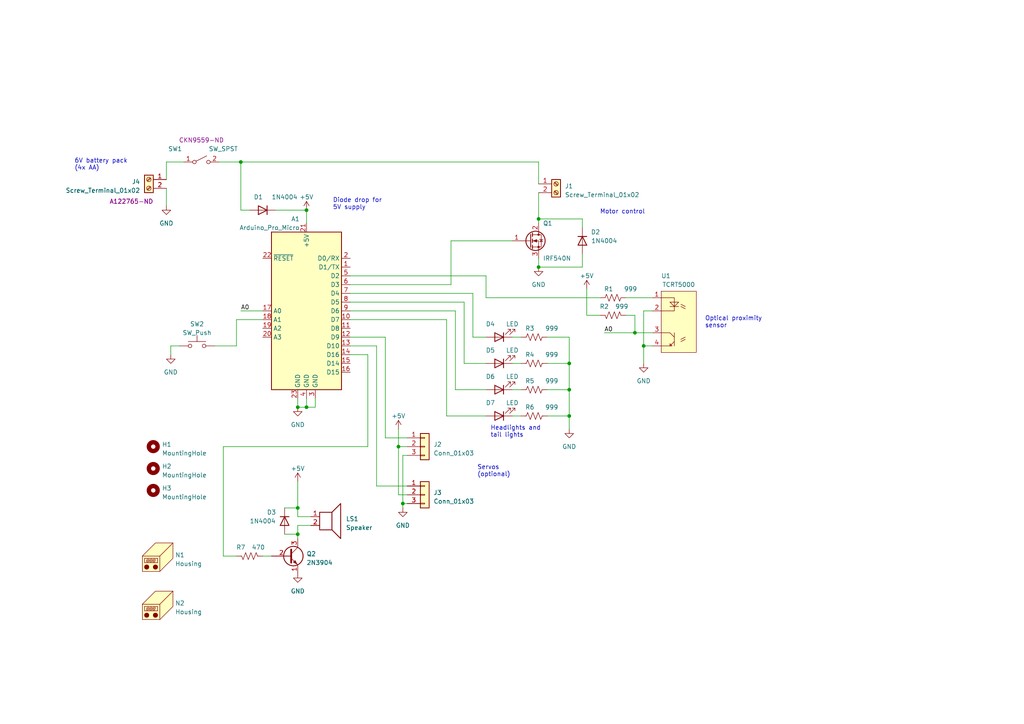
<source format=kicad_sch>
(kicad_sch (version 20230121) (generator eeschema)
  (paper "A4")
  (lib_symbols
    (symbol "Connector:Screw_Terminal_01x02" (pin_names (offset 1.016) hide)
      (property "Reference" "J" (at 0 2.54 0))
      (property "Value" "Screw_Terminal_01x02" (at 0 -5.08 0))
      (symbol "Screw_Terminal_01x02_1_1"
        (rectangle (start -1.27 1.27) (end 1.27 -3.81) (stroke (width 0.254)) (fill (type background)))
        (circle (center 0 -2.54) (radius 0.635) (stroke (width 0.1524)))
        (polyline (pts (xy -0.5334 -2.2098) (xy 0.3302 -3.048)) (stroke (width 0.1524)))
        (polyline (pts (xy -0.5334 0.3302) (xy 0.3302 -0.508)) (stroke (width 0.1524)))
        (polyline (pts (xy -0.3556 -2.032) (xy 0.508 -2.8702)) (stroke (width 0.1524)))
        (polyline (pts (xy -0.3556 0.508) (xy 0.508 -0.3302)) (stroke (width 0.1524)))
        (circle (center 0 0) (radius 0.635) (stroke (width 0.1524)))
        (pin passive line (at -5.08 0 0) (length 3.81) (name "Pin_1") (number "1"))
        (pin passive line (at -5.08 -2.54 0) (length 3.81) (name "Pin_2") (number "2"))
      )
    )
    (symbol "Connector_Generic:Conn_01x03" (pin_names (offset 1.016) hide)
      (property "Reference" "J" (at 0 5.08 0))
      (property "Value" "Conn_01x03" (at 0 -5.08 0))
      (symbol "Conn_01x03_1_1"
        (rectangle (start -1.27 -2.413) (end 0 -2.667) (stroke (width 0.1524)))
        (rectangle (start -1.27 0.127) (end 0 -0.127) (stroke (width 0.1524)))
        (rectangle (start -1.27 2.667) (end 0 2.413) (stroke (width 0.1524)))
        (rectangle (start -1.27 3.81) (end 1.27 -3.81) (stroke (width 0.254)) (fill (type background)))
        (pin passive line (at -5.08 2.54 0) (length 3.81) (name "Pin_1") (number "1"))
        (pin passive line (at -5.08 0 0) (length 3.81) (name "Pin_2") (number "2"))
        (pin passive line (at -5.08 -2.54 0) (length 3.81) (name "Pin_3") (number "3"))
      )
    )
    (symbol "Device:LED" (pin_numbers hide) (pin_names (offset 1.016) hide)
      (property "Reference" "D" (at 0 2.54 0))
      (property "Value" "LED" (at 0 -2.54 0))
      (symbol "LED_0_1"
        (polyline (pts (xy -1.27 -1.27) (xy -1.27 1.27)) (stroke (width 0.254)))
        (polyline (pts (xy -1.27 0) (xy 1.27 0)))
        (polyline (pts (xy 1.27 -1.27) (xy 1.27 1.27) (xy -1.27 0) (xy 1.27 -1.27)) (stroke (width 0.254)))
        (polyline (pts (xy -3.048 -0.762) (xy -4.572 -2.286) (xy -3.81 -2.286) (xy -4.572 -2.286) (xy -4.572 -1.524)))
        (polyline (pts (xy -1.778 -0.762) (xy -3.302 -2.286) (xy -2.54 -2.286) (xy -3.302 -2.286) (xy -3.302 -1.524)))
      )
      (symbol "LED_1_1"
        (pin passive line (at -3.81 0 0) (length 2.54) (name "K") (number "1"))
        (pin passive line (at 3.81 0 180) (length 2.54) (name "A") (number "2"))
      )
    )
    (symbol "Device:R_US" (pin_numbers hide) (pin_names (offset 0))
      (property "Reference" "R" (at 2.54 0 90))
      (property "Value" "R_US" (at -2.54 0 90))
      (symbol "R_US_0_1"
        (polyline (pts (xy 0 -2.286) (xy 0 -2.54)))
        (polyline (pts (xy 0 2.286) (xy 0 2.54)))
        (polyline (pts (xy 0 -0.762) (xy 1.016 -1.143) (xy 0 -1.524) (xy -1.016 -1.905) (xy 0 -2.286)))
        (polyline (pts (xy 0 0.762) (xy 1.016 0.381) (xy 0 0) (xy -1.016 -0.381) (xy 0 -0.762)))
        (polyline (pts (xy 0 2.286) (xy 1.016 1.905) (xy 0 1.524) (xy -1.016 1.143) (xy 0 0.762)))
      )
      (symbol "R_US_1_1"
        (pin passive line (at 0 3.81 270) (length 1.27) (name "~") (number "1"))
        (pin passive line (at 0 -3.81 90) (length 1.27) (name "~") (number "2"))
      )
    )
    (symbol "Device:Speaker" (pin_names (offset 0) hide)
      (property "Reference" "LS" (at 1.27 5.715 0))
      (property "Value" "Speaker" (at 1.27 3.81 0))
      (symbol "Speaker_0_0"
        (rectangle (start -2.54 1.27) (end 1.016 -3.81) (stroke (width 0.254)))
        (polyline (pts (xy 1.016 1.27) (xy 3.556 3.81) (xy 3.556 -6.35) (xy 1.016 -3.81)) (stroke (width 0.254)))
      )
      (symbol "Speaker_1_1"
        (pin input line (at -5.08 0 0) (length 2.54) (name "1") (number "1"))
        (pin input line (at -5.08 -2.54 0) (length 2.54) (name "2") (number "2"))
      )
    )
    (symbol "Diode:1N4004" (pin_numbers hide) (pin_names hide)
      (property "Reference" "D" (at 0 2.54 0))
      (property "Value" "1N4004" (at 0 -2.54 0))
      (symbol "1N4004_0_1"
        (polyline (pts (xy -1.27 1.27) (xy -1.27 -1.27)) (stroke (width 0.254)))
        (polyline (pts (xy 1.27 0) (xy -1.27 0)))
        (polyline (pts (xy 1.27 1.27) (xy 1.27 -1.27) (xy -1.27 0) (xy 1.27 1.27)) (stroke (width 0.254)))
      )
      (symbol "1N4004_1_1"
        (pin passive line (at -3.81 0 0) (length 2.54) (name "K") (number "1"))
        (pin passive line (at 3.81 0 180) (length 2.54) (name "A") (number "2"))
      )
    )
    (symbol "Mechanical:Housing" (pin_names (offset 1.016))
      (property "Reference" "N" (at 3.81 0 0))
      (property "Value" "Housing" (at 3.81 -1.905 0))
      (symbol "Housing_0_1"
        (rectangle (start -5.08 -0.635) (end -1.27 -1.905))
        (circle (center -4.445 -3.175) (radius 0.635) (fill (type outline)))
        (circle (center -1.905 -3.175) (radius 0.635) (fill (type outline)))
        (polyline (pts (xy -4.5212 -1.5748) (xy -4.4704 -1.3716)))
        (polyline (pts (xy -4.4196 -1.6764) (xy -4.064 -1.6764)))
        (polyline (pts (xy -4.4196 -1.2192) (xy -4.3688 -0.9652)))
        (polyline (pts (xy -4.318 -1.3208) (xy -4.0132 -1.3208)))
        (polyline (pts (xy -4.2164 -0.9144) (xy -3.9116 -0.9144)))
        (polyline (pts (xy -3.9116 -1.6256) (xy -3.8608 -1.3716)))
        (polyline (pts (xy -3.81 -1.2192) (xy -3.7592 -0.9652)))
        (polyline (pts (xy -3.6068 -1.5748) (xy -3.556 -1.3716)))
        (polyline (pts (xy -3.5052 -1.6764) (xy -3.1496 -1.6764)))
        (polyline (pts (xy -3.5052 -1.2192) (xy -3.4544 -0.9652)))
        (polyline (pts (xy -3.4036 -1.3208) (xy -3.0988 -1.3208)))
        (polyline (pts (xy -3.302 -0.9144) (xy -2.9972 -0.9144)))
        (polyline (pts (xy -2.9972 -1.6256) (xy -2.9464 -1.3716)))
        (polyline (pts (xy -2.8956 -1.2192) (xy -2.8448 -0.9652)))
        (polyline (pts (xy -2.6924 -1.5748) (xy -2.6416 -1.3716)))
        (polyline (pts (xy -2.5908 -1.6764) (xy -2.2352 -1.6764)))
        (polyline (pts (xy -2.5908 -1.2192) (xy -2.54 -0.9652)))
        (polyline (pts (xy -2.4892 -1.3208) (xy -2.1844 -1.3208)))
        (polyline (pts (xy -2.3876 -0.9144) (xy -2.0828 -0.9144)))
        (polyline (pts (xy -2.0828 -1.6256) (xy -2.032 -1.3716)))
        (polyline (pts (xy -1.9812 -1.2192) (xy -1.9304 -0.9652)))
        (polyline (pts (xy -0.635 0) (xy -0.635 -4.445)))
        (polyline (pts (xy -5.715 0) (xy -0.635 0) (xy 3.175 3.81)))
        (polyline (pts (xy -5.715 0) (xy -5.715 -4.445) (xy -0.635 -4.445) (xy 3.175 -0.635) (xy 3.175 3.81) (xy -1.905 3.81) (xy -5.715 0)) (fill (type background)))
      )
    )
    (symbol "Mechanical:MountingHole" (pin_names (offset 1.016))
      (property "Reference" "H" (at 0 5.08 0))
      (property "Value" "MountingHole" (at 0 3.175 0))
      (symbol "MountingHole_0_1"
        (circle (center 0 0) (radius 1.27) (stroke (width 1.27)))
      )
    )
    (symbol "Switch:SW_Push" (pin_numbers hide) (pin_names (offset 1.016) hide)
      (property "Reference" "SW" (at 1.27 2.54 0))
      (property "Value" "SW_Push" (at 0 -1.524 0))
      (symbol "SW_Push_0_1"
        (circle (center -2.032 0) (radius 0.508))
        (polyline (pts (xy 0 1.27) (xy 0 3.048)))
        (polyline (pts (xy 2.54 1.27) (xy -2.54 1.27)))
        (circle (center 2.032 0) (radius 0.508))
        (pin passive line (at -5.08 0 0) (length 2.54) (name "1") (number "1"))
        (pin passive line (at 5.08 0 180) (length 2.54) (name "2") (number "2"))
      )
    )
    (symbol "Switch:SW_SPST" (pin_names (offset 0) hide)
      (property "Reference" "SW" (at 0 3.175 0))
      (property "Value" "SW_SPST" (at 0 -2.54 0))
      (symbol "SW_SPST_0_0"
        (circle (center -2.032 0) (radius 0.508))
        (polyline (pts (xy -1.524 0.254) (xy 1.524 1.778)))
        (circle (center 2.032 0) (radius 0.508))
      )
      (symbol "SW_SPST_1_1"
        (pin passive line (at -5.08 0 0) (length 2.54) (name "A") (number "1"))
        (pin passive line (at 5.08 0 180) (length 2.54) (name "B") (number "2"))
      )
    )
    (symbol "Transistor_BJT:2N3904" (pin_names (offset 0) hide)
      (property "Reference" "Q" (at 5.08 1.905 0))
      (property "Value" "2N3904" (at 5.08 0 0))
      (symbol "2N3904_0_1"
        (polyline (pts (xy 0.635 0.635) (xy 2.54 2.54)))
        (polyline (pts (xy 0.635 -0.635) (xy 2.54 -2.54) (xy 2.54 -2.54)))
        (polyline (pts (xy 0.635 1.905) (xy 0.635 -1.905) (xy 0.635 -1.905)) (stroke (width 0.508)))
        (polyline (pts (xy 1.27 -1.778) (xy 1.778 -1.27) (xy 2.286 -2.286) (xy 1.27 -1.778) (xy 1.27 -1.778)) (fill (type outline)))
        (circle (center 1.27 0) (radius 2.8194) (stroke (width 0.254)))
      )
      (symbol "2N3904_1_1"
        (pin passive line (at 2.54 -5.08 90) (length 2.54) (name "E") (number "1"))
        (pin passive line (at -5.08 0 0) (length 5.715) (name "B") (number "2"))
        (pin passive line (at 2.54 5.08 270) (length 2.54) (name "C") (number "3"))
      )
    )
    (symbol "Transistor_FET:IRF540N" (pin_names hide)
      (property "Reference" "Q" (at 6.35 1.905 0))
      (property "Value" "IRF540N" (at 6.35 0 0))
      (symbol "IRF540N_0_1"
        (polyline (pts (xy 0.254 0) (xy -2.54 0)))
        (polyline (pts (xy 0.254 1.905) (xy 0.254 -1.905)) (stroke (width 0.254)))
        (polyline (pts (xy 0.762 -1.27) (xy 0.762 -2.286)) (stroke (width 0.254)))
        (polyline (pts (xy 0.762 0.508) (xy 0.762 -0.508)) (stroke (width 0.254)))
        (polyline (pts (xy 0.762 2.286) (xy 0.762 1.27)) (stroke (width 0.254)))
        (polyline (pts (xy 2.54 2.54) (xy 2.54 1.778)))
        (polyline (pts (xy 2.54 -2.54) (xy 2.54 0) (xy 0.762 0)))
        (polyline (pts (xy 0.762 -1.778) (xy 3.302 -1.778) (xy 3.302 1.778) (xy 0.762 1.778)))
        (polyline (pts (xy 1.016 0) (xy 2.032 0.381) (xy 2.032 -0.381) (xy 1.016 0)) (fill (type outline)))
        (polyline (pts (xy 2.794 0.508) (xy 2.921 0.381) (xy 3.683 0.381) (xy 3.81 0.254)))
        (polyline (pts (xy 3.302 0.381) (xy 2.921 -0.254) (xy 3.683 -0.254) (xy 3.302 0.381)))
        (circle (center 1.651 0) (radius 2.794) (stroke (width 0.254)))
        (circle (center 2.54 -1.778) (radius 0.254) (fill (type outline)))
        (circle (center 2.54 1.778) (radius 0.254) (fill (type outline)))
      )
      (symbol "IRF540N_1_1"
        (pin input line (at -5.08 0 0) (length 2.54) (name "G") (number "1"))
        (pin passive line (at 2.54 5.08 270) (length 2.54) (name "D") (number "2"))
        (pin passive line (at 2.54 -5.08 90) (length 2.54) (name "S") (number "3"))
      )
    )
    (symbol "my_Arduino:Arduino_pro_micro"
      (property "Reference" "A" (at -10.16 23.495 0))
      (property "Value" "Arduino_Pro_Micro" (at 5.08 -24.13 0))
      (symbol "Arduino_pro_micro_0_1"
        (rectangle (start -10.16 22.86) (end 10.16 -22.86) (stroke (width 0.254)) (fill (type background)))
      )
      (symbol "Arduino_pro_micro_1_1"
        (pin bidirectional line (at -12.7 12.7 0) (length 2.54) (name "D1/TX") (number "1"))
        (pin bidirectional line (at -12.7 -2.54 0) (length 2.54) (name "D7") (number "10"))
        (pin bidirectional line (at -12.7 -5.08 0) (length 2.54) (name "D8") (number "11"))
        (pin bidirectional line (at -12.7 -7.62 0) (length 2.54) (name "D9") (number "12"))
        (pin bidirectional line (at -12.7 -10.16 0) (length 2.54) (name "D10") (number "13"))
        (pin bidirectional line (at -12.7 -12.7 0) (length 2.54) (name "D16") (number "14"))
        (pin bidirectional line (at -12.7 -15.24 0) (length 2.54) (name "D14") (number "15"))
        (pin bidirectional line (at -12.7 -17.78 0) (length 2.54) (name "D15") (number "16"))
        (pin bidirectional line (at 12.7 0 180) (length 2.54) (name "A0") (number "17"))
        (pin bidirectional line (at 12.7 -2.54 180) (length 2.54) (name "A1") (number "18"))
        (pin bidirectional line (at 12.7 -5.08 180) (length 2.54) (name "A2") (number "19"))
        (pin bidirectional line (at -12.7 15.24 0) (length 2.54) (name "D0/RX") (number "2"))
        (pin bidirectional line (at 12.7 -7.62 180) (length 2.54) (name "A3") (number "20"))
        (pin power_out line (at 0 25.4 270) (length 2.54) (name "+5V") (number "21"))
        (pin input line (at 12.7 15.24 180) (length 2.54) (name "~{RESET}") (number "22"))
        (pin power_in line (at 2.54 -25.4 90) (length 2.54) (name "GND") (number "23"))
        (pin power_in line (at -2.54 -25.4 90) (length 2.54) (name "GND") (number "3"))
        (pin power_in line (at 0 -25.4 90) (length 2.54) (name "GND") (number "4"))
        (pin bidirectional line (at -12.7 10.16 0) (length 2.54) (name "D2") (number "5"))
        (pin bidirectional line (at -12.7 7.62 0) (length 2.54) (name "D3") (number "6"))
        (pin bidirectional line (at -12.7 5.08 0) (length 2.54) (name "D4") (number "7"))
        (pin bidirectional line (at -12.7 2.54 0) (length 2.54) (name "D5") (number "8"))
        (pin bidirectional line (at -12.7 0 0) (length 2.54) (name "D6") (number "9"))
      )
    )
    (symbol "my_opto:Opto_Prox" (pin_names hide)
      (property "Reference" "U" (at 3.81 3.81 0))
      (symbol "Opto_Prox_0_1"
        (polyline (pts (xy 5.08 -2.54) (xy 7.62 -2.54)))
        (polyline (pts (xy 6.35 -10.16) (xy 6.35 -13.97)))
        (polyline (pts (xy 8.255 -2.54) (xy 9.525 -3.175)))
        (polyline (pts (xy 8.255 -1.905) (xy 9.525 -2.54)))
        (polyline (pts (xy 9.525 -12.065) (xy 8.255 -12.7)))
        (polyline (pts (xy 9.525 -11.43) (xy 8.255 -12.065)))
        (polyline (pts (xy 2.54 -13.97) (xy 5.08 -13.97) (xy 6.35 -12.7)))
        (polyline (pts (xy 2.54 -10.16) (xy 5.08 -10.16) (xy 6.35 -11.43)))
        (polyline (pts (xy 2.54 0) (xy 6.35 0) (xy 6.35 -3.81) (xy 2.54 -3.81)))
        (polyline (pts (xy 5.08 -13.97) (xy 5.08 -13.335) (xy 5.715 -13.97) (xy 5.08 -13.97)))
        (polyline (pts (xy 5.08 -1.27) (xy 7.62 -1.27) (xy 6.35 -2.54) (xy 5.08 -1.27)))
      )
      (symbol "Opto_Prox_1_1"
        (rectangle (start 2.54 1.905) (end 12.7 -15.875) (fill (type background)))
        (pin passive line (at 0 0 0) (length 2.54) (name "A") (number "1"))
        (pin passive line (at 0 -3.81 0) (length 2.54) (name "C") (number "2"))
        (pin passive line (at 0 -10.16 0) (length 2.54) (name "C") (number "3"))
        (pin passive line (at 0 -13.97 0) (length 2.54) (name "E") (number "4"))
      )
    )
    (symbol "power:+5V" (power) (pin_names (offset 0))
      (property "Value" "+5V" (at 0 3.556 0))
      (symbol "+5V_0_1"
        (polyline (pts (xy -0.762 1.27) (xy 0 2.54)))
        (polyline (pts (xy 0 0) (xy 0 2.54)))
        (polyline (pts (xy 0 2.54) (xy 0.762 1.27)))
      )
      (symbol "+5V_1_1"
        (pin power_in line (at 0 0 90) (length 0) hide (name "+5V") (number "1"))
      )
    )
    (symbol "power:GND" (power) (pin_names (offset 0))
      (property "Value" "GND" (at 0 -3.81 0))
      (symbol "GND_0_1"
        (polyline (pts (xy 0 0) (xy 0 -1.27) (xy 1.27 -1.27) (xy 0 -2.54) (xy -1.27 -1.27) (xy 0 -1.27)))
      )
      (symbol "GND_1_1"
        (pin power_in line (at 0 0 270) (length 0) hide (name "GND") (number "1"))
      )
    )
  )
  (junction (at 88.9 60.96))
  (junction (at 86.36 118.11))
  (junction (at 156.21 63.5))
  (junction (at 115.57 129.54))
  (junction (at 165.1 113.03))
  (junction (at 186.69 100.33))
  (junction (at 165.1 120.65))
  (junction (at 86.36 147.32))
  (junction (at 86.36 154.94))
  (junction (at 69.85 46.99))
  (junction (at 156.21 77.47))
  (junction (at 184.15 96.52))
  (junction (at 165.1 105.41))
  (junction (at 88.9 118.11))
  (junction (at 116.84 146.05))
  (wire (pts (xy 148.59 97.79) (xy 151.13 97.79)))
  (wire (pts (xy 68.58 92.71) (xy 76.2 92.71)))
  (wire (pts (xy 49.53 100.33) (xy 49.53 102.87)))
  (wire (pts (xy 168.91 77.47) (xy 156.21 77.47)))
  (wire (pts (xy 156.21 74.93) (xy 156.21 77.47)))
  (wire (pts (xy 48.26 54.61) (xy 48.26 59.69)))
  (wire (pts (xy 62.23 100.33) (xy 68.58 100.33)))
  (wire (pts (xy 101.6 100.33) (xy 109.22 100.33)))
  (wire (pts (xy 101.6 97.79) (xy 111.76 97.79)))
  (wire (pts (xy 106.68 102.87) (xy 106.68 129.54)))
  (wire (pts (xy 86.36 139.7) (xy 86.36 147.32)))
  (wire (pts (xy 69.85 46.99) (xy 69.85 60.96)))
  (wire (pts (xy 170.18 91.44) (xy 173.99 91.44)))
  (wire (pts (xy 101.6 82.55) (xy 130.81 82.55)))
  (wire (pts (xy 165.1 113.03) (xy 165.1 120.65)))
  (wire (pts (xy 80.01 60.96) (xy 88.9 60.96)))
  (wire (pts (xy 91.44 118.11) (xy 91.44 115.57)))
  (wire (pts (xy 82.55 154.94) (xy 86.36 154.94)))
  (wire (pts (xy 132.08 90.17) (xy 132.08 113.03)))
  (wire (pts (xy 115.57 143.51) (xy 115.57 129.54)))
  (wire (pts (xy 90.17 149.86) (xy 86.36 149.86)))
  (wire (pts (xy 165.1 120.65) (xy 165.1 124.46)))
  (wire (pts (xy 165.1 105.41) (xy 165.1 113.03)))
  (wire (pts (xy 118.11 129.54) (xy 115.57 129.54)))
  (wire (pts (xy 76.2 161.29) (xy 78.74 161.29)))
  (wire (pts (xy 148.59 113.03) (xy 151.13 113.03)))
  (wire (pts (xy 148.59 105.41) (xy 151.13 105.41)))
  (wire (pts (xy 140.97 80.01) (xy 101.6 80.01)))
  (wire (pts (xy 184.15 91.44) (xy 184.15 96.52)))
  (wire (pts (xy 101.6 92.71) (xy 129.54 92.71)))
  (wire (pts (xy 109.22 100.33) (xy 109.22 140.97)))
  (wire (pts (xy 116.84 132.08) (xy 116.84 146.05)))
  (wire (pts (xy 140.97 86.36) (xy 173.99 86.36)))
  (wire (pts (xy 134.62 105.41) (xy 140.97 105.41)))
  (wire (pts (xy 52.07 100.33) (xy 49.53 100.33)))
  (wire (pts (xy 88.9 115.57) (xy 88.9 118.11)))
  (wire (pts (xy 134.62 87.63) (xy 134.62 105.41)))
  (wire (pts (xy 158.75 113.03) (xy 165.1 113.03)))
  (wire (pts (xy 69.85 60.96) (xy 72.39 60.96)))
  (wire (pts (xy 181.61 86.36) (xy 189.23 86.36)))
  (wire (pts (xy 64.77 129.54) (xy 64.77 161.29)))
  (wire (pts (xy 101.6 87.63) (xy 134.62 87.63)))
  (wire (pts (xy 109.22 140.97) (xy 118.11 140.97)))
  (wire (pts (xy 186.69 100.33) (xy 186.69 105.41)))
  (wire (pts (xy 101.6 90.17) (xy 132.08 90.17)))
  (wire (pts (xy 115.57 124.46) (xy 115.57 129.54)))
  (wire (pts (xy 168.91 63.5) (xy 156.21 63.5)))
  (wire (pts (xy 82.55 147.32) (xy 86.36 147.32)))
  (wire (pts (xy 118.11 143.51) (xy 115.57 143.51)))
  (wire (pts (xy 101.6 102.87) (xy 106.68 102.87)))
  (wire (pts (xy 130.81 69.85) (xy 130.81 82.55)))
  (wire (pts (xy 68.58 100.33) (xy 68.58 92.71)))
  (wire (pts (xy 48.26 46.99) (xy 48.26 52.07)))
  (wire (pts (xy 175.26 96.52) (xy 184.15 96.52)))
  (wire (pts (xy 86.36 147.32) (xy 86.36 149.86)))
  (wire (pts (xy 130.81 69.85) (xy 148.59 69.85)))
  (wire (pts (xy 156.21 63.5) (xy 156.21 64.77)))
  (wire (pts (xy 170.18 83.82) (xy 170.18 91.44)))
  (wire (pts (xy 168.91 73.66) (xy 168.91 77.47)))
  (wire (pts (xy 64.77 161.29) (xy 68.58 161.29)))
  (wire (pts (xy 116.84 146.05) (xy 116.84 147.32)))
  (wire (pts (xy 168.91 66.04) (xy 168.91 63.5)))
  (wire (pts (xy 140.97 80.01) (xy 140.97 86.36)))
  (wire (pts (xy 63.5 46.99) (xy 69.85 46.99)))
  (wire (pts (xy 111.76 127) (xy 118.11 127)))
  (wire (pts (xy 129.54 92.71) (xy 129.54 120.65)))
  (wire (pts (xy 184.15 96.52) (xy 189.23 96.52)))
  (wire (pts (xy 156.21 46.99) (xy 156.21 53.34)))
  (wire (pts (xy 132.08 113.03) (xy 140.97 113.03)))
  (wire (pts (xy 158.75 105.41) (xy 165.1 105.41)))
  (wire (pts (xy 181.61 91.44) (xy 184.15 91.44)))
  (wire (pts (xy 86.36 156.21) (xy 86.36 154.94)))
  (wire (pts (xy 129.54 120.65) (xy 140.97 120.65)))
  (wire (pts (xy 116.84 146.05) (xy 118.11 146.05)))
  (wire (pts (xy 69.85 90.17) (xy 76.2 90.17)))
  (wire (pts (xy 48.26 46.99) (xy 53.34 46.99)))
  (wire (pts (xy 158.75 120.65) (xy 165.1 120.65)))
  (wire (pts (xy 189.23 90.17) (xy 186.69 90.17)))
  (wire (pts (xy 106.68 129.54) (xy 64.77 129.54)))
  (wire (pts (xy 165.1 97.79) (xy 165.1 105.41)))
  (wire (pts (xy 137.16 97.79) (xy 137.16 85.09)))
  (wire (pts (xy 69.85 46.99) (xy 156.21 46.99)))
  (wire (pts (xy 148.59 120.65) (xy 151.13 120.65)))
  (wire (pts (xy 156.21 55.88) (xy 156.21 63.5)))
  (wire (pts (xy 118.11 132.08) (xy 116.84 132.08)))
  (wire (pts (xy 86.36 115.57) (xy 86.36 118.11)))
  (wire (pts (xy 86.36 152.4) (xy 90.17 152.4)))
  (wire (pts (xy 140.97 97.79) (xy 137.16 97.79)))
  (wire (pts (xy 88.9 60.96) (xy 88.9 64.77)))
  (wire (pts (xy 186.69 100.33) (xy 189.23 100.33)))
  (wire (pts (xy 101.6 85.09) (xy 137.16 85.09)))
  (wire (pts (xy 86.36 154.94) (xy 86.36 152.4)))
  (wire (pts (xy 111.76 97.79) (xy 111.76 127)))
  (wire (pts (xy 88.9 118.11) (xy 91.44 118.11)))
  (wire (pts (xy 86.36 118.11) (xy 88.9 118.11)))
  (wire (pts (xy 186.69 90.17) (xy 186.69 100.33)))
  (wire (pts (xy 158.75 97.79) (xy 165.1 97.79)))
  (text "6V battery pack\n(4x AA)" (at 21.59 49.53 0) (effects (font (size 1.27 1.27)) (justify left bottom)))
  (text "Diode drop for\n5V supply" (at 96.52 60.96 0) (effects (font (size 1.27 1.27)) (justify left bottom)))
  (text "Optical proximity\nsensor" (at 204.47 95.25 0) (effects (font (size 1.27 1.27)) (justify left bottom)))
  (text "Servos\n(optional)" (at 138.43 138.43 0) (effects (font (size 1.27 1.27)) (justify left bottom)))
  (text "Motor control" (at 173.99 62.23 0) (effects (font (size 1.27 1.27)) (justify left bottom)))
  (text "Headlights and\ntail lights" (at 142.24 127 0) (effects (font (size 1.27 1.27)) (justify left bottom)))
  (label "A0" (at 175.26 96.52 0))
  (label "A0" (at 69.85 90.17 0))
  (symbol (lib_id "my_opto:Opto_Prox") (at 189.23 86.36 0) (unit 1)
    (property "Reference" "U1" (at 191.77 80.01 0) (effects (justify left)))
    (property "Value" "TCRT5000" (at 196.85 82.55 0))
    (property "Footprint" "my_opto:TCRT5000" (effects hide))
  )
  (symbol (lib_id "Device:LED") (at 144.78 97.79 180) (unit 1)
    (property "Reference" "D4" (at 142.24 93.98 0))
    (property "Value" "LED" (at 148.59 93.98 0))
    (property "Footprint" "LED_THT:LED_D3.0mm_Horizontal_O3.81mm_Z2.0mm" (effects hide))
  )
  (symbol (lib_id "Mechanical:Housing") (at 46.99 161.29 0) (unit 1)
    (property "Reference" "N1" (at 50.8 160.9725 0) (effects (justify left)))
    (property "Value" "Housing" (at 50.8 163.5125 0) (effects (justify left)))
    (property "Footprint" "rhett_logo:rhett_logo" (effects hide))
  )
  (symbol (lib_id "power:+5V") (at 170.18 83.82 0) (mirror y) (unit 1)
    (property "Reference" "#PWR04" (effects hide))
    (property "Value" "+5V" (at 170.18 80.01 0))
  )
  (symbol (lib_id "Diode:1N4004") (at 76.2 60.96 180) (unit 1)
    (property "Reference" "D1" (at 74.93 57.15 0))
    (property "Value" "1N4004" (at 82.55 57.15 0))
    (property "Footprint" "Diode_THT:D_DO-41_SOD81_P10.16mm_Horizontal" (effects hide))
    (property "Datasheet" "http://www.vishay.com/docs/88503/1n4001.pdf" (effects hide))
    (property "Sim.Device" "D" (effects hide))
    (property "Sim.Pins" "1=K 2=A" (effects hide))
  )
  (symbol (lib_id "Device:R_US") (at 154.94 97.79 90) (unit 1)
    (property "Reference" "R3" (at 153.67 95.25 90))
    (property "Value" "999" (at 160.02 95.25 90))
    (property "Footprint" "Resistor_THT:R_Axial_DIN0207_L6.3mm_D2.5mm_P10.16mm_Horizontal" (effects hide))
  )
  (symbol (lib_id "power:+5V") (at 115.57 124.46 0) (mirror y) (unit 1)
    (property "Reference" "#PWR09" (effects hide))
    (property "Value" "+5V" (at 115.57 120.65 0))
  )
  (symbol (lib_id "Connector:Screw_Terminal_01x02") (at 161.29 53.34 0) (unit 1)
    (property "Reference" "J1" (at 163.83 53.975 0) (effects (justify left)))
    (property "Value" "Screw_Terminal_01x02" (at 163.83 56.515 0) (effects (justify left)))
    (property "Footprint" "my_terminal:Wuerth_WR-WTB_64800211622_1x02_P1.50mm_Vertical" (effects hide))
    (property "CatNo" "A122765-ND" (effects hide))
  )
  (symbol (lib_id "Transistor_FET:IRF540N") (at 153.67 69.85 0) (unit 1)
    (property "Reference" "Q1" (at 157.48 64.77 0) (effects (justify left)))
    (property "Value" "IRF540N" (at 157.48 74.93 0) (effects (justify left)))
    (property "Footprint" "Package_TO_SOT_THT:TO-220-3_Horizontal_TabDown" (effects hide))
    (property "Datasheet" "http://www.irf.com/product-info/datasheets/data/irf540n.pdf" (effects hide))
  )
  (symbol (lib_id "Diode:1N4004") (at 168.91 69.85 270) (unit 1)
    (property "Reference" "D2" (at 172.72 67.31 90))
    (property "Value" "1N4004" (at 175.26 69.85 90))
    (property "Footprint" "Diode_THT:D_DO-41_SOD81_P10.16mm_Horizontal" (effects hide))
    (property "Datasheet" "http://www.vishay.com/docs/88503/1n4001.pdf" (effects hide))
    (property "Sim.Device" "D" (effects hide))
    (property "Sim.Pins" "1=K 2=A" (effects hide))
  )
  (symbol (lib_id "power:GND") (at 165.1 124.46 0) (unit 1)
    (property "Reference" "#PWR06" (effects hide))
    (property "Value" "GND" (at 165.1 129.54 0))
  )
  (symbol (lib_id "Mechanical:MountingHole") (at 44.45 129.54 0) (unit 1)
    (property "Reference" "H1" (at 46.99 128.905 0) (effects (justify left)))
    (property "Value" "MountingHole" (at 46.99 131.445 0) (effects (justify left)))
    (property "Footprint" "MountingHole:MountingHole_2.7mm_M2.5_DIN965_Pad" (effects hide))
  )
  (symbol (lib_id "power:GND") (at 86.36 118.11 0) (unit 1)
    (property "Reference" "#PWR07" (effects hide))
    (property "Value" "GND" (at 86.36 123.19 0))
  )
  (symbol (lib_id "Device:R_US") (at 177.8 91.44 270) (mirror x) (unit 1)
    (property "Reference" "R2" (at 175.26 88.9 90))
    (property "Value" "999" (at 180.34 88.9 90))
    (property "Footprint" "Resistor_THT:R_Axial_DIN0207_L6.3mm_D2.5mm_P10.16mm_Horizontal" (effects hide))
  )
  (symbol (lib_id "Transistor_BJT:2N3904") (at 83.82 161.29 0) (unit 1)
    (property "Reference" "Q2" (at 88.9 160.655 0) (effects (justify left)))
    (property "Value" "2N3904" (at 88.9 163.195 0) (effects (justify left)))
    (property "Footprint" "Package_TO_SOT_THT:TO-92_Inline" (effects hide))
    (property "Datasheet" "https://www.onsemi.com/pub/Collateral/2N3903-D.PDF" (effects hide))
  )
  (symbol (lib_id "power:GND") (at 186.69 105.41 0) (mirror y) (unit 1)
    (property "Reference" "#PWR05" (effects hide))
    (property "Value" "GND" (at 186.69 110.49 0))
  )
  (symbol (lib_id "Connector_Generic:Conn_01x03") (at 123.19 129.54 0) (unit 1)
    (property "Reference" "J2" (at 125.73 128.905 0) (effects (justify left)))
    (property "Value" "Conn_01x03" (at 125.73 131.445 0) (effects (justify left)))
    (property "Footprint" "Connector_PinHeader_2.54mm:PinHeader_1x03_P2.54mm_Vertical" (effects hide))
  )
  (symbol (lib_id "Mechanical:Housing") (at 46.99 175.26 0) (unit 1)
    (property "Reference" "N2" (at 50.8 174.9425 0) (effects (justify left)))
    (property "Value" "Housing" (at 50.8 177.4825 0) (effects (justify left)))
    (property "Footprint" "car_as:car_as" (effects hide))
  )
  (symbol (lib_id "Device:R_US") (at 154.94 120.65 90) (unit 1)
    (property "Reference" "R6" (at 153.67 118.11 90))
    (property "Value" "999" (at 160.02 118.11 90))
    (property "Footprint" "Resistor_THT:R_Axial_DIN0207_L6.3mm_D2.5mm_P10.16mm_Horizontal" (effects hide))
  )
  (symbol (lib_id "power:GND") (at 86.36 166.37 0) (unit 1)
    (property "Reference" "#PWR012" (effects hide))
    (property "Value" "GND" (at 86.36 171.45 0))
  )
  (symbol (lib_id "Device:R_US") (at 154.94 113.03 90) (unit 1)
    (property "Reference" "R5" (at 153.67 110.49 90))
    (property "Value" "999" (at 160.02 110.49 90))
    (property "Footprint" "Resistor_THT:R_Axial_DIN0207_L6.3mm_D2.5mm_P10.16mm_Horizontal" (effects hide))
  )
  (symbol (lib_id "Device:LED") (at 144.78 105.41 180) (unit 1)
    (property "Reference" "D5" (at 142.24 101.6 0))
    (property "Value" "LED" (at 148.59 101.6 0))
    (property "Footprint" "LED_THT:LED_D3.0mm_Horizontal_O3.81mm_Z2.0mm" (effects hide))
  )
  (symbol (lib_id "Device:LED") (at 144.78 113.03 180) (unit 1)
    (property "Reference" "D6" (at 142.24 109.22 0))
    (property "Value" "LED" (at 148.59 109.22 0))
    (property "Footprint" "LED_THT:LED_D3.0mm_Horizontal_O3.81mm_Z2.0mm" (effects hide))
  )
  (symbol (lib_id "power:+5V") (at 88.9 60.96 0) (mirror y) (unit 1)
    (property "Reference" "#PWR08" (effects hide))
    (property "Value" "+5V" (at 88.9 57.15 0))
  )
  (symbol (lib_id "Diode:1N4004") (at 82.55 151.13 90) (mirror x) (unit 1)
    (property "Reference" "D3" (at 78.74 148.59 90))
    (property "Value" "1N4004" (at 76.2 151.13 90))
    (property "Footprint" "Diode_THT:D_DO-41_SOD81_P10.16mm_Horizontal" (effects hide))
    (property "Datasheet" "http://www.vishay.com/docs/88503/1n4001.pdf" (effects hide))
    (property "Sim.Device" "D" (effects hide))
    (property "Sim.Pins" "1=K 2=A" (effects hide))
  )
  (symbol (lib_id "power:GND") (at 156.21 77.47 0) (unit 1)
    (property "Reference" "#PWR02" (effects hide))
    (property "Value" "GND" (at 156.21 82.55 0))
  )
  (symbol (lib_id "Device:R_US") (at 177.8 86.36 90) (unit 1)
    (property "Reference" "R1" (at 176.53 83.82 90))
    (property "Value" "999" (at 182.88 83.82 90))
    (property "Footprint" "Resistor_THT:R_Axial_DIN0207_L6.3mm_D2.5mm_P10.16mm_Horizontal" (effects hide))
  )
  (symbol (lib_id "Connector_Generic:Conn_01x03") (at 123.19 143.51 0) (unit 1)
    (property "Reference" "J3" (at 125.73 142.875 0) (effects (justify left)))
    (property "Value" "Conn_01x03" (at 125.73 145.415 0) (effects (justify left)))
    (property "Footprint" "Connector_PinHeader_2.54mm:PinHeader_1x03_P2.54mm_Vertical" (effects hide))
  )
  (symbol (lib_id "Connector:Screw_Terminal_01x02") (at 43.18 52.07 0) (mirror y) (unit 1)
    (property "Reference" "J4" (at 40.64 52.705 0) (effects (justify left)))
    (property "Value" "Screw_Terminal_01x02" (at 40.64 55.245 0) (effects (justify left)))
    (property "Footprint" "my_terminal:Wuerth_WR-WTB_64800211622_1x02_P1.50mm_Vertical" (effects hide))
    (property "CatNo" "A122765-ND" (at 38.1 58.42 0))
  )
  (symbol (lib_id "power:GND") (at 49.53 102.87 0) (unit 1)
    (property "Reference" "#PWR03" (effects hide))
    (property "Value" "GND" (at 49.53 107.95 0))
  )
  (symbol (lib_id "Mechanical:MountingHole") (at 44.45 135.89 0) (unit 1)
    (property "Reference" "H2" (at 46.99 135.255 0) (effects (justify left)))
    (property "Value" "MountingHole" (at 46.99 137.795 0) (effects (justify left)))
    (property "Footprint" "MountingHole:MountingHole_2.7mm_M2.5_DIN965_Pad" (effects hide))
  )
  (symbol (lib_id "Mechanical:MountingHole") (at 44.45 142.24 0) (unit 1)
    (property "Reference" "H3" (at 46.99 141.605 0) (effects (justify left)))
    (property "Value" "MountingHole" (at 46.99 144.145 0) (effects (justify left)))
    (property "Footprint" "MountingHole:MountingHole_2.7mm_M2.5_DIN965_Pad" (effects hide))
  )
  (symbol (lib_id "power:GND") (at 48.26 59.69 0) (unit 1)
    (property "Reference" "#PWR01" (effects hide))
    (property "Value" "GND" (at 48.26 64.77 0))
  )
  (symbol (lib_id "my_Arduino:Arduino_pro_micro") (at 88.9 90.17 0) (mirror y) (unit 1)
    (property "Reference" "A1" (at 86.9441 63.5 0) (effects (justify left)))
    (property "Value" "Arduino_Pro_Micro" (at 86.9441 66.04 0) (effects (justify left)))
    (property "Footprint" "my_arduino:pro_micro_socket" (effects hide))
  )
  (symbol (lib_id "Switch:SW_Push") (at 57.15 100.33 0) (unit 1)
    (property "Reference" "SW2" (at 57.15 93.98 0))
    (property "Value" "SW_Push" (at 57.15 96.52 0))
    (property "Footprint" "my_pushbutton:sw_push_6.2x6.2mm_p5" (effects hide))
  )
  (symbol (lib_id "Device:LED") (at 144.78 120.65 180) (unit 1)
    (property "Reference" "D7" (at 142.24 116.84 0))
    (property "Value" "LED" (at 148.59 116.84 0))
    (property "Footprint" "LED_THT:LED_D3.0mm_Horizontal_O3.81mm_Z2.0mm" (effects hide))
  )
  (symbol (lib_id "Device:R_US") (at 72.39 161.29 270) (mirror x) (unit 1)
    (property "Reference" "R7" (at 69.85 158.75 90))
    (property "Value" "470" (at 74.93 158.75 90))
    (property "Footprint" "Resistor_THT:R_Axial_DIN0207_L6.3mm_D2.5mm_P10.16mm_Horizontal" (effects hide))
  )
  (symbol (lib_id "Device:R_US") (at 154.94 105.41 90) (unit 1)
    (property "Reference" "R4" (at 153.67 102.87 90))
    (property "Value" "999" (at 160.02 102.87 90))
    (property "Footprint" "Resistor_THT:R_Axial_DIN0207_L6.3mm_D2.5mm_P10.16mm_Horizontal" (effects hide))
  )
  (symbol (lib_id "Switch:SW_SPST") (at 58.42 46.99 0) (unit 1)
    (property "Reference" "SW1" (at 50.8 43.18 0))
    (property "Value" "SW_SPST" (at 64.77 43.18 0))
    (property "Footprint" "mini_slide_switch:OS102011MA1QN1" (effects hide))
    (property "CatNo" "CKN9559-ND" (at 58.42 40.64 0))
  )
  (symbol (lib_id "power:+5V") (at 86.36 139.7 0) (mirror y) (unit 1)
    (property "Reference" "#PWR011" (effects hide))
    (property "Value" "+5V" (at 86.36 135.89 0))
  )
  (symbol (lib_id "power:GND") (at 116.84 147.32 0) (unit 1)
    (property "Reference" "#PWR010" (effects hide))
    (property "Value" "GND" (at 116.84 152.4 0))
  )
  (symbol (lib_id "Device:Speaker") (at 95.25 149.86 0) (unit 1)
    (property "Reference" "LS1" (at 100.33 150.495 0) (effects (justify left)))
    (property "Value" "Speaker" (at 100.33 153.035 0) (effects (justify left)))
    (property "Footprint" "my_terminal:speaker_d12mm_h8.5_p6.5" (effects hide))
  )
)
</source>
